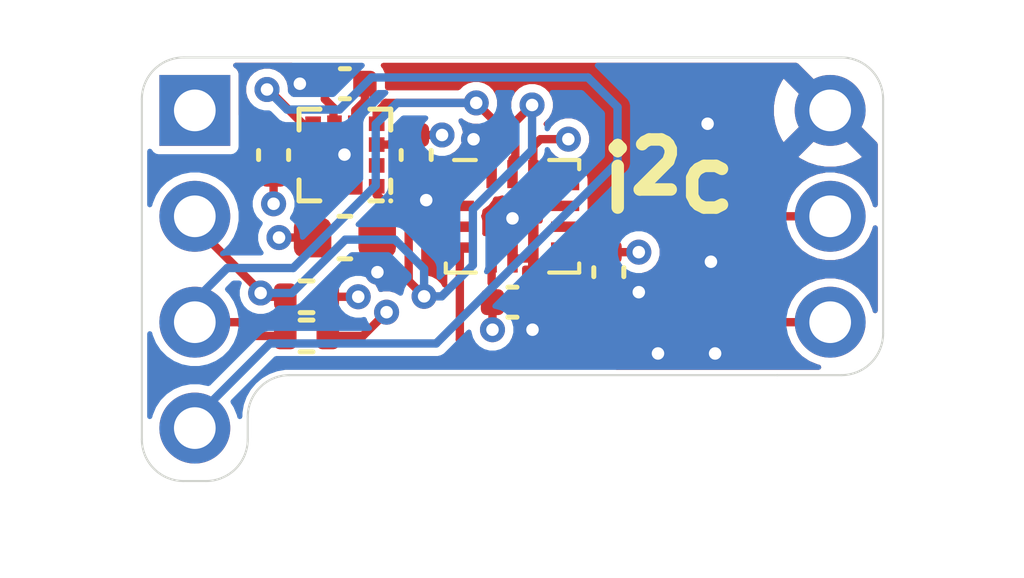
<source format=kicad_pcb>
(kicad_pcb (version 20241030) (generator "pcbnew") (generator_version "8.99")
  (layers (0 "F.Cu" signal) (4 "In1.Cu" signal) (6 "In2.Cu" signal) (2 "B.Cu" signal) (13 "F.Paste" user) (15 "B.Paste" user) (5 "F.SilkS" user "F.Silkscreen") (7 "B.SilkS" user "B.Silkscreen") (1 "F.Mask" user) (3 "B.Mask" user) (25 "Edge.Cuts" user))
  (net 0 "")
  (net 1 "+3.3V")
  (net 2 "GND")
  (net 3 "Net-(U2-C1)")
  (net 4 "/SCL")
  (net 5 "/SDA")
  (net 6 "/INT_MAG")
  (net 7 "/INT_IMU1")
  (net 8 "/INT_IMU2")
  (footprint "Capacitor_SMD:C_0402_1005Metric" (layer "F.Cu") (at 130.6 80.64 180)
    (property "Reference" "C6" (hide yes))
    (property "Value" "220nF")
    (fp_line (start -0.107836 0.36) (end 0.107836 0.36) (stroke (width 0.12)) (layer "F.SilkS"))
    (fp_line (start -0.107836 -0.36) (end 0.107836 -0.36) (stroke (width 0.12)) (layer "F.SilkS"))
    (pad "1" smd roundrect (at -0.48 0 180) (size 0.56 0.62) (layers "F.Cu" "F.Mask" "F.Paste") (net 3 "Net-(U2-C1)"))
    (pad "2" smd roundrect (at 0.48 0 180) (size 0.56 0.62) (layers "F.Cu" "F.Mask" "F.Paste") (net 2 "GND"))
  )
  (footprint "Capacitor_SMD:C_0402_1005Metric" (layer "F.Cu") (at 134.62 85.88)
    (property "Reference" "C2" (hide yes))
    (property "Value" "100nF")
    (fp_line (start -0.107836 -0.36) (end 0.107836 -0.36) (stroke (width 0.12)) (layer "F.SilkS"))
    (fp_line (start -0.107836 0.36) (end 0.107836 0.36) (stroke (width 0.12)) (layer "F.SilkS"))
    (pad "1" smd roundrect (at -0.48 0) (size 0.56 0.62) (layers "F.Cu" "F.Mask" "F.Paste") (net 1 "+3.3V"))
    (pad "2" smd roundrect (at 0.48 0) (size 0.56 0.62) (layers "F.Cu" "F.Mask" "F.Paste") (net 2 "GND"))
  )
  (footprint "Connector_PinSocket_2.54mm:PinSocket_1x04_P2.54mm_Vertical" (layer "F.Cu") (at 127 81.28)
    (property "Reference" "J1" (hide yes))
    (property "Value" "Conn_01x04")
    (pad "1" thru_hole rect (at 0 0) (size 1.7 1.7) (drill 1) (layers "*.Cu" "*.Mask") (net 1 "+3.3V"))
    (pad "2" thru_hole oval (at 0 2.54) (size 1.7 1.7) (drill 1) (layers "*.Cu" "*.Mask") (net 4 "/SCL"))
    (pad "3" thru_hole oval (at 0 5.08) (size 1.7 1.7) (drill 1) (layers "*.Cu" "*.Mask") (net 5 "/SDA"))
    (pad "4" thru_hole oval (at 0 7.62) (size 1.7 1.7) (drill 1) (layers "*.Cu" "*.Mask") (net 6 "/INT_MAG"))
  )
  (footprint "Resistor_SMD:R_0402_1005Metric" (layer "F.Cu") (at 129.68 86.69)
    (property "Reference" "R2" (hide yes))
    (property "Value" "10kR")
    (fp_line (start -0.153641 -0.38) (end 0.153641 -0.38) (stroke (width 0.12)) (layer "F.SilkS"))
    (fp_line (start -0.153641 0.38) (end 0.153641 0.38) (stroke (width 0.12)) (layer "F.SilkS"))
    (pad "1" smd roundrect (at -0.51 0) (size 0.54 0.64) (layers "F.Cu" "F.Mask" "F.Paste") (net 5 "/SDA"))
    (pad "2" smd roundrect (at 0.51 0) (size 0.54 0.64) (layers "F.Cu" "F.Mask" "F.Paste") (net 1 "+3.3V"))
  )
  (footprint "Package_LGA:LGA-12_2x2mm_P0.5mm" (layer "F.Cu") (at 130.6 82.35 180)
    (property "Reference" "U2" (hide yes))
    (property "Value" "LIS2MDL")
    (fp_line (start 1.1 1.1) (end 0.6 1.1) (stroke (width 0.12)) (layer "F.SilkS"))
    (fp_line (start 1.1 0.6) (end 1.1 1.1) (stroke (width 0.12)) (layer "F.SilkS"))
    (fp_line (start 1.1 -0.6) (end 1.1 -0.6) (stroke (width 0.12)) (layer "F.SilkS"))
    (fp_line (start 1.1 -1.1) (end 1.1 -0.6) (stroke (width 0.12)) (layer "F.SilkS"))
    (fp_line (start 0.6 1.1) (end 0.6 1.1) (stroke (width 0.12)) (layer "F.SilkS"))
    (fp_line (start 0.6 -1.1) (end 1.1 -1.1) (stroke (width 0.12)) (layer "F.SilkS"))
    (fp_line (start -0.6 1.1) (end -1.1 1.1) (stroke (width 0.12)) (layer "F.SilkS"))
    (fp_line (start -0.6 -1.1) (end -0.9 -1.1) (stroke (width 0.12)) (layer "F.SilkS"))
    (fp_line (start -1.1 1.1) (end -1.1 0.6) (stroke (width 0.12)) (layer "F.SilkS"))
    (fp_line (start -1.1 0.6) (end -1.1 0.6) (stroke (width 0.12)) (layer "F.SilkS"))
    (fp_line (start -1.1 -0.6) (end -1.1 -0.9) (stroke (width 0.12)) (layer "F.SilkS"))
    (fp_line (start -1.1 -1.1) (end -1.1 -1.1) (stroke (width 0.12)) (layer "F.SilkS"))
    (pad "1" smd rect (at -0.7625 -0.75 180) (size 0.375 0.35) (layers "F.Cu" "F.Mask" "F.Paste") (net 4 "/SCL"))
    (pad "2" smd rect (at -0.7625 -0.25 180) (size 0.375 0.35) (layers "F.Cu" "F.Mask" "F.Paste"))
    (pad "3" smd rect (at -0.7625 0.25 180) (size 0.375 0.35) (layers "F.Cu" "F.Mask" "F.Paste") (net 1 "+3.3V"))
    (pad "4" smd rect (at -0.7625 0.75 180) (size 0.375 0.35) (layers "F.Cu" "F.Mask" "F.Paste") (net 5 "/SDA"))
    (pad "5" smd rect (at -0.25 0.7625 270) (size 0.375 0.35) (layers "F.Cu" "F.Mask" "F.Paste") (net 3 "Net-(U2-C1)"))
    (pad "6" smd rect (at 0.25 0.7625 270) (size 0.375 0.35) (layers "F.Cu" "F.Mask" "F.Paste") (net 2 "GND"))
    (pad "7" smd rect (at 0.7625 0.75 180) (size 0.375 0.35) (layers "F.Cu" "F.Mask" "F.Paste") (net 6 "/INT_MAG"))
    (pad "8" smd rect (at 0.7625 0.25 180) (size 0.375 0.35) (layers "F.Cu" "F.Mask" "F.Paste") (net 2 "GND"))
    (pad "9" smd rect (at 0.7625 -0.25 180) (size 0.375 0.35) (layers "F.Cu" "F.Mask" "F.Paste") (net 1 "+3.3V"))
    (pad "10" smd rect (at 0.7625 -0.75 180) (size 0.375 0.35) (layers "F.Cu" "F.Mask" "F.Paste") (net 1 "+3.3V"))
    (pad "11" smd rect (at 0.25 -0.7625 270) (size 0.375 0.35) (layers "F.Cu" "F.Mask" "F.Paste"))
    (pad "12" smd rect (at -0.25 -0.7625 270) (size 0.375 0.35) (layers "F.Cu" "F.Mask" "F.Paste"))
  )
  (footprint "Capacitor_SMD:C_0402_1005Metric" (layer "F.Cu") (at 132.31 82.35 -90)
    (property "Reference" "C5" (hide yes))
    (property "Value" "100nF")
    (fp_line (start -0.107836 0.36) (end 0.107836 0.36) (stroke (width 0.12)) (layer "F.SilkS"))
    (fp_line (start -0.107836 -0.36) (end 0.107836 -0.36) (stroke (width 0.12)) (layer "F.SilkS"))
    (pad "1" smd roundrect (at -0.48 0 270) (size 0.56 0.62) (layers "F.Cu" "F.Mask" "F.Paste") (net 1 "+3.3V"))
    (pad "2" smd roundrect (at 0.48 0 270) (size 0.56 0.62) (layers "F.Cu" "F.Mask" "F.Paste") (net 2 "GND"))
  )
  (footprint "Capacitor_SMD:C_0603_1608Metric" (layer "F.Cu") (at 130.6 84.33)
    (property "Reference" "C3" (hide yes))
    (property "Value" "10uF")
    (fp_line (start -0.14058 -0.51) (end 0.14058 -0.51) (stroke (width 0.12)) (layer "F.SilkS"))
    (fp_line (start -0.14058 0.51) (end 0.14058 0.51) (stroke (width 0.12)) (layer "F.SilkS"))
    (pad "1" smd roundrect (at -0.775 0) (size 0.9 0.95) (layers "F.Cu" "F.Mask" "F.Paste") (net 1 "+3.3V"))
    (pad "2" smd roundrect (at 0.775 0) (size 0.9 0.95) (layers "F.Cu" "F.Mask" "F.Paste") (net 2 "GND"))
  )
  (footprint "Package_LGA:Bosch_LGA-14_3x2.5mm_P0.5mm" (layer "F.Cu") (at 134.62 83.82)
    (property "Reference" "U1" (hide yes))
    (property "Value" "BMI323")
    (fp_line (start -1.6 1.35) (end -1.6 1.13) (stroke (width 0.1)) (layer "F.SilkS"))
    (fp_line (start -1.6 1.35) (end -0.88 1.35) (stroke (width 0.1)) (layer "F.SilkS"))
    (fp_line (start -1.4 -1.35) (end -0.88 -1.35) (stroke (width 0.1)) (layer "F.SilkS"))
    (fp_line (start 0.88 -1.35) (end 1.6 -1.35) (stroke (width 0.1)) (layer "F.SilkS"))
    (fp_line (start 1.6 -1.35) (end 1.6 -1.13) (stroke (width 0.1)) (layer "F.SilkS"))
    (fp_line (start 1.6 1.13) (end 1.6 1.35) (stroke (width 0.1)) (layer "F.SilkS"))
    (fp_line (start 1.6 1.35) (end 0.88 1.35) (stroke (width 0.1)) (layer "F.SilkS"))
    (pad "1" smd rect (at -1.2625 -0.75) (size 0.675 0.25) (layers "F.Cu" "F.Mask" "F.Paste") (net 2 "GND"))
    (pad "2" smd rect (at -1.2625 -0.25) (size 0.675 0.25) (layers "F.Cu" "F.Mask" "F.Paste"))
    (pad "3" smd rect (at -1.2625 0.25) (size 0.675 0.25) (layers "F.Cu" "F.Mask" "F.Paste"))
    (pad "4" smd rect (at -1.2625 0.75) (size 0.675 0.25) (layers "F.Cu" "F.Mask" "F.Paste") (net 7 "/INT_IMU1"))
    (pad "5" smd rect (at -0.5 1.0125) (size 0.25 0.675) (layers "F.Cu" "F.Mask" "F.Paste") (net 1 "+3.3V"))
    (pad "6" smd rect (at 0 1.0125) (size 0.25 0.675) (layers "F.Cu" "F.Mask" "F.Paste") (net 2 "GND"))
    (pad "7" smd rect (at 0.5 1.0125) (size 0.25 0.675) (layers "F.Cu" "F.Mask" "F.Paste") (net 2 "GND"))
    (pad "8" smd rect (at 1.2625 0.75) (size 0.675 0.25) (layers "F.Cu" "F.Mask" "F.Paste") (net 1 "+3.3V"))
    (pad "9" smd rect (at 1.2625 0.25) (size 0.675 0.25) (layers "F.Cu" "F.Mask" "F.Paste") (net 8 "/INT_IMU2"))
    (pad "10" smd rect (at 1.2625 -0.25) (size 0.675 0.25) (layers "F.Cu" "F.Mask" "F.Paste"))
    (pad "11" smd rect (at 1.2625 -0.75) (size 0.675 0.25) (layers "F.Cu" "F.Mask" "F.Paste"))
    (pad "12" smd rect (at 0.5 -1.0125) (size 0.25 0.675) (layers "F.Cu" "F.Mask" "F.Paste") (net 1 "+3.3V"))
    (pad "13" smd rect (at 0 -1.0125) (size 0.25 0.675) (layers "F.Cu" "F.Mask" "F.Paste") (net 4 "/SCL"))
    (pad "14" smd rect (at -0.5 -1.0125) (size 0.25 0.675) (layers "F.Cu" "F.Mask" "F.Paste") (net 5 "/SDA"))
  )
  (footprint "Connector_PinSocket_2.54mm:PinSocket_1x03_P2.54mm_Vertical" (layer "F.Cu") (at 142.24 81.28)
    (property "Reference" "J2" (hide yes))
    (property "Value" "Conn_01x03")
    (pad "1" thru_hole circle (at 0 0) (size 1.7 1.7) (drill 1) (layers "*.Cu" "*.Mask") (net 2 "GND"))
    (pad "2" thru_hole oval (at 0 2.54) (size 1.7 1.7) (drill 1) (layers "*.Cu" "*.Mask") (net 8 "/INT_IMU2"))
    (pad "3" thru_hole oval (at 0 5.08) (size 1.7 1.7) (drill 1) (layers "*.Cu" "*.Mask") (net 7 "/INT_IMU1"))
  )
  (footprint "Resistor_SMD:R_0402_1005Metric" (layer "F.Cu") (at 129.68 85.75)
    (property "Reference" "R1" (hide yes))
    (property "Value" "10kR")
    (fp_line (start -0.153641 -0.38) (end 0.153641 -0.38) (stroke (width 0.12)) (layer "F.SilkS"))
    (fp_line (start -0.153641 0.38) (end 0.153641 0.38) (stroke (width 0.12)) (layer "F.SilkS"))
    (pad "1" smd roundrect (at -0.51 0) (size 0.54 0.64) (layers "F.Cu" "F.Mask" "F.Paste") (net 4 "/SCL"))
    (pad "2" smd roundrect (at 0.51 0) (size 0.54 0.64) (layers "F.Cu" "F.Mask" "F.Paste") (net 1 "+3.3V"))
  )
  (footprint "Capacitor_SMD:C_0402_1005Metric" (layer "F.Cu") (at 128.89 82.35 90)
    (property "Reference" "C4" (hide yes))
    (property "Value" "100nF")
    (fp_line (start -0.107836 -0.36) (end 0.107836 -0.36) (stroke (width 0.12)) (layer "F.SilkS"))
    (fp_line (start -0.107836 0.36) (end 0.107836 0.36) (stroke (width 0.12)) (layer "F.SilkS"))
    (pad "1" smd roundrect (at -0.48 0 90) (size 0.56 0.62) (layers "F.Cu" "F.Mask" "F.Paste") (net 1 "+3.3V"))
    (pad "2" smd roundrect (at 0.48 0 90) (size 0.56 0.62) (layers "F.Cu" "F.Mask" "F.Paste") (net 2 "GND"))
  )
  (footprint "Capacitor_SMD:C_0402_1005Metric" (layer "F.Cu") (at 136.93 85.16 -90)
    (property "Reference" "C1" (hide yes))
    (property "Value" "100nF")
    (fp_line (start -0.107836 0.36) (end 0.107836 0.36) (stroke (width 0.12)) (layer "F.SilkS"))
    (fp_line (start -0.107836 -0.36) (end 0.107836 -0.36) (stroke (width 0.12)) (layer "F.SilkS"))
    (pad "1" smd roundrect (at -0.48 0 270) (size 0.56 0.62) (layers "F.Cu" "F.Mask" "F.Paste") (net 1 "+3.3V"))
    (pad "2" smd roundrect (at 0.48 0 270) (size 0.56 0.62) (layers "F.Cu" "F.Mask" "F.Paste") (net 2 "GND"))
  )
  (gr_arc (start 126.73 90.17) (mid 126.022893 89.877107) (end 125.73 89.17) (stroke (width 0.05)) (layer "Edge.Cuts"))
  (gr_arc (start 143.51 86.63) (mid 143.217107 87.337107) (end 142.51 87.63) (stroke (width 0.05)) (layer "Edge.Cuts"))
  (gr_arc (start 142.51 80.01) (mid 143.217107 80.302893) (end 143.51 81.01) (stroke (width 0.05)) (layer "Edge.Cuts"))
  (gr_line (start 143.51 81.01) (end 143.51 86.63) (stroke (width 0.05)) (layer "Edge.Cuts"))
  (gr_line (start 126.73 80.01) (end 142.51 80.01) (stroke (width 0.05)) (layer "Edge.Cuts"))
  (gr_line (start 142.51 87.63) (end 140.97 87.63) (stroke (width 0.05)) (layer "Edge.Cuts"))
  (gr_line (start 127.27 90.17) (end 126.73 90.17) (stroke (width 0.05)) (layer "Edge.Cuts"))
  (gr_line (start 125.73 89.17) (end 125.73 81.01) (stroke (width 0.05)) (layer "Edge.Cuts"))
  (gr_arc (start 128.27 89.17) (mid 127.977107 89.877107) (end 127.27 90.17) (stroke (width 0.05)) (layer "Edge.Cuts"))
  (gr_arc (start 128.27 88.63) (mid 128.562893 87.922893) (end 129.27 87.63) (stroke (width 0.05)) (layer "Edge.Cuts"))
  (gr_line (start 128.27 88.63) (end 128.27 89.17) (stroke (width 0.05)) (layer "Edge.Cuts"))
  (gr_arc (start 125.73 81.01) (mid 126.022893 80.302893) (end 126.73 80.01) (stroke (width 0.05)) (layer "Edge.Cuts"))
  (gr_line (start 140.97 87.63) (end 129.27 87.63) (stroke (width 0.05)) (layer "Edge.Cuts"))
  (gr_text "i^{2}c" (at 136.59 83.81 0) (layer "F.SilkS") (effects (font (size 1.5 1.5) (thickness 0.3) (bold yes)) (justify left bottom)))
  (segment (start 134.12 85.41) (end 134.12 84.8325) (width 0.2) (layer "F.Cu") (net 1))
  (segment (start 134.14 85.82) (end 134.14 86.54) (width 0.2) (layer "F.Cu") (net 1))
  (segment (start 135.12 82.14) (end 135.12 82.8075) (width 0.2) (layer "F.Cu") (net 1))
  (segment (start 136.45 84.68) (end 136.93 84.68) (width 0.2) (layer "F.Cu") (net 1))
  (segment (start 128.89 82.83) (end 128.89 83.52) (width 0.2) (layer "F.Cu") (net 1))
  (segment (start 129.825 84.33) (end 129.02 84.33) (width 0.2) (layer "F.Cu") (net 1))
  (segment (start 136.34 84.57) (end 136.45 84.68) (width 0.2) (layer "F.Cu") (net 1))
  (segment (start 131.9 81.87) (end 132.31 81.87) (width 0.2) (layer "F.Cu") (net 1))
  (segment (start 130.19 86.69) (end 131.03 86.69) (width 0.2) (layer "F.Cu") (net 1))
  (segment (start 129.52 82.6) (end 129.8375 82.6) (width 0.2) (layer "F.Cu") (net 1))
  (segment (start 131.3625 82.1) (end 131.67 82.1) (width 0.2) (layer "F.Cu") (net 1))
  (segment (start 129.825 84.33) (end 129.825 82.6125) (width 0.2) (layer "F.Cu") (net 1))
  (segment (start 134.14 85.88) (end 134.14 85.43) (width 0.2) (layer "F.Cu") (net 1))
  (segment (start 132.31 81.87) (end 132.93 81.87) (width 0.2) (layer "F.Cu") (net 1))
  (segment (start 131.03 86.69) (end 131.6 86.12) (width 0.2) (layer "F.Cu") (net 1))
  (segment (start 135.29 81.97) (end 135.12 82.14) (width 0.2) (layer "F.Cu") (net 1))
  (segment (start 131.67 82.1) (end 131.9 81.87) (width 0.2) (layer "F.Cu") (net 1))
  (segment (start 130.19 85.75) (end 130.92 85.75) (width 0.2) (layer "F.Cu") (net 1))
  (segment (start 135.96 81.97) (end 135.29 81.97) (width 0.2) (layer "F.Cu") (net 1))
  (segment (start 129.825 82.6125) (end 129.8375 82.6) (width 0.2) (layer "F.Cu") (net 1))
  (segment (start 128.89 82.83) (end 129.29 82.83) (width 0.2) (layer "F.Cu") (net 1))
  (segment (start 129.29 82.83) (end 129.52 82.6) (width 0.2) (layer "F.Cu") (net 1))
  (segment (start 134.14 85.88) (end 134.14 85.82) (width 0.2) (layer "F.Cu") (net 1))
  (segment (start 135.8825 84.57) (end 136.34 84.57) (width 0.2) (layer "F.Cu") (net 1))
  (segment (start 136.93 84.68) (end 137.65 84.68) (width 0.2) (layer "F.Cu") (net 1))
  (segment (start 134.14 85.43) (end 134.12 85.41) (width 0.2) (layer "F.Cu") (net 1))
  (via (at 128.89 83.52) (size 0.6) (drill 0.3) (layers "F.Cu" "B.Cu") (net 1))
  (via (at 135.96 81.97) (size 0.6) (drill 0.3) (layers "F.Cu" "B.Cu") (net 1))
  (via (at 130.92 85.75) (size 0.6) (drill 0.3) (layers "F.Cu" "B.Cu") (net 1))
  (via (at 134.14 86.54) (size 0.6) (drill 0.3) (layers "F.Cu" "B.Cu") (net 1))
  (via (at 131.6 86.12) (size 0.6) (drill 0.3) (layers "F.Cu" "B.Cu") (net 1))
  (via (at 129.02 84.33) (size 0.6) (drill 0.3) (layers "F.Cu" "B.Cu") (net 1))
  (via (at 137.65 84.68) (size 0.6) (drill 0.3) (layers "F.Cu" "B.Cu") (net 1))
  (via (at 132.93 81.87) (size 0.6) (drill 0.3) (layers "F.Cu" "B.Cu") (net 1))
  (segment (start 135.1 85.88) (end 135.1 86.54) (width 0.2) (layer "F.Cu") (net 2))
  (segment (start 134.62 84.8325) (end 135.12 84.8325) (width 0.2) (layer "F.Cu") (net 2))
  (segment (start 131.375 85.155) (end 131.38 85.16) (width 0.2) (layer "F.Cu") (net 2))
  (segment (start 130.35 82.1) (end 130.59 82.34) (width 0.2) (layer "F.Cu") (net 2))
  (segment (start 129.52 80.64) (end 130.12 80.64) (width 0.2) (layer "F.Cu") (net 2))
  (segment (start 129.8375 82.1) (end 130.35 82.1) (width 0.2) (layer "F.Cu") (net 2))
  (segment (start 132.31 83.03136) (end 132.550818 83.272178) (width 0.2) (layer "F.Cu") (net 2))
  (segment (start 136.93 85.64) (end 137.65 85.64) (width 0.2) (layer "F.Cu") (net 2))
  (segment (start 132.31 82.83) (end 132.31 83.19136) (width 0.2) (layer "F.Cu") (net 2))
  (segment (start 130.12 81.01) (end 130.12 80.64) (width 0.2) (layer "F.Cu") (net 2))
  (segment (start 130.35 81.5875) (end 130.326 81.5635) (width 0.2) (layer "F.Cu") (net 2))
  (segment (start 129.52 82.1) (end 129.29 81.87) (width 0.2) (layer "F.Cu") (net 2))
  (segment (start 131.375 84.33) (end 131.375 85.155) (width 0.2) (layer "F.Cu") (net 2))
  (segment (start 135.1 84.8525) (end 135.12 84.8325) (width 0.2) (layer "F.Cu") (net 2))
  (segment (start 129.29 81.87) (end 128.89 81.87) (width 0.2) (layer "F.Cu") (net 2))
  (segment (start 133.3575 83.07) (end 133.3575 82.300406) (width 0.2) (layer "F.Cu") (net 2))
  (segment (start 134.62 84.8325) (end 134.62 83.87) (width 0.2) (layer "F.Cu") (net 2))
  (segment (start 130.326 81.216) (end 130.12 81.01) (width 0.2) (layer "F.Cu") (net 2))
  (segment (start 129.8375 82.1) (end 129.52 82.1) (width 0.2) (layer "F.Cu") (net 2))
  (segment (start 130.326 81.5635) (end 130.326 81.216) (width 0.2) (layer "F.Cu") (net 2))
  (segment (start 133.3575 82.300406) (end 133.685871 81.972035) (width 0.2) (layer "F.Cu") (net 2))
  (segment (start 135.1 85.88) (end 135.1 84.8525) (width 0.2) (layer "F.Cu") (net 2))
  (via (at 139.38 84.91) (size 0.6) (drill 0.3) (layers "F.Cu" "B.Cu") (net 2))
  (via (at 139.48 87.11) (size 0.6) (drill 0.3) (layers "F.Cu" "B.Cu") (net 2))
  (via (at 135.1 86.54) (size 0.6) (drill 0.3) (layers "F.Cu" "B.Cu") (net 2))
  (via (at 132.550818 83.432178) (size 0.6) (drill 0.3) (layers "F.Cu" "B.Cu") (net 2))
  (via (at 130.59 82.34) (size 0.6) (drill 0.3) (layers "F.Cu" "B.Cu") (net 2))
  (via (at 133.685871 81.972035) (size 0.6) (drill 0.3) (layers "F.Cu" "B.Cu") (net 2))
  (via (at 134.62 83.87) (size 0.6) (drill 0.3) (layers "F.Cu" "B.Cu") (net 2))
  (via (at 131.38 85.16) (size 0.6) (drill 0.3) (layers "F.Cu" "B.Cu") (net 2))
  (via (at 138.11 87.11) (size 0.6) (drill 0.3) (layers "F.Cu" "B.Cu") (net 2))
  (via (at 129.52 80.64) (size 0.6) (drill 0.3) (layers "F.Cu" "B.Cu") (net 2))
  (via (at 137.65 85.64) (size 0.6) (drill 0.3) (layers "F.Cu" "B.Cu") (net 2))
  (via (at 139.3 81.6) (size 0.6) (drill 0.3) (layers "F.Cu" "B.Cu") (net 2))
  (segment (start 130.85 81.28) (end 130.85 81.5875) (width 0.2) (layer "F.Cu") (net 3))
  (segment (start 131.08 81.05) (end 130.85 81.28) (width 0.2) (layer "F.Cu") (net 3))
  (segment (start 131.08 80.64) (end 131.08 81.05) (width 0.2) (layer "F.Cu") (net 3))
  (segment (start 127 83.82) (end 127 84.05) (width 0.2) (layer "F.Cu") (net 4))
  (segment (start 131.82411 83.554) (end 132.13 83.85989) (width 0.2) (layer "F.Cu") (net 4))
  (segment (start 127 84.05) (end 128.515 85.565) (width 0.2) (layer "F.Cu") (net 4))
  (segment (start 134.687871 81.552129) (end 135.09 81.15) (width 0.2) (layer "F.Cu") (net 4))
  (segment (start 128.579265 85.66) (end 128.515 85.595735) (width 0.2) (layer "F.Cu") (net 4))
  (segment (start 128.515 85.595735) (end 128.515 85.565) (width 0.2) (layer "F.Cu") (net 4))
  (segment (start 132.13 85.37) (end 132.5 85.74) (width 0.2) (layer "F.Cu") (net 4))
  (segment (start 128.7 85.75) (end 129.17 85.75) (width 0.2) (layer "F.Cu") (net 4))
  (segment (start 131.3625 83.3025) (end 131.614 83.554) (width 0.2) (layer "F.Cu") (net 4))
  (segment (start 131.3625 83.1) (end 131.3625 83.3025) (width 0.2) (layer "F.Cu") (net 4))
  (segment (start 132.13 83.85989) (end 132.13 85.37) (width 0.2) (layer "F.Cu") (net 4))
  (segment (start 131.614 83.554) (end 131.82411 83.554) (width 0.2) (layer "F.Cu") (net 4))
  (segment (start 128.515 85.565) (end 128.7 85.75) (width 0.2) (layer "F.Cu") (net 4))
  (segment (start 134.687871 82.387078) (end 134.687871 81.552129) (width 0.2) (layer "F.Cu") (net 4))
  (segment (start 134.62 82.8075) (end 134.62 82.454949) (width 0.2) (layer "F.Cu") (net 4))
  (segment (start 134.62 82.454949) (end 134.687871 82.387078) (width 0.2) (layer "F.Cu") (net 4))
  (via (at 128.579265 85.66) (size 0.6) (drill 0.3) (layers "F.Cu" "B.Cu") (net 4))
  (via (at 135.09 81.15) (size 0.6) (drill 0.3) (layers "F.Cu" "B.Cu") (net 4))
  (via (at 132.5 85.74) (size 0.6) (drill 0.3) (layers "F.Cu" "B.Cu") (net 4))
  (segment (start 130.61 84.38) (end 131.8 84.38) (width 0.2) (layer "B.Cu") (net 4))
  (segment (start 132.92 85.74) (end 133.67 84.99) (width 0.2) (layer "B.Cu") (net 4))
  (segment (start 133.67 84.99) (end 133.67 83.65) (width 0.2) (layer "B.Cu") (net 4))
  (segment (start 135.09 82.23) (end 135.09 81.15) (width 0.2) (layer "B.Cu") (net 4))
  (segment (start 132.5 85.08) (end 132.5 85.74) (width 0.2) (layer "B.Cu") (net 4))
  (segment (start 128.579265 85.66) (end 129.33 85.66) (width 0.2) (layer "B.Cu") (net 4))
  (segment (start 129.33 85.66) (end 130.61 84.38) (width 0.2) (layer "B.Cu") (net 4))
  (segment (start 132.5 85.74) (end 132.92 85.74) (width 0.2) (layer "B.Cu") (net 4))
  (segment (start 133.67 83.65) (end 135.09 82.23) (width 0.2) (layer "B.Cu") (net 4))
  (segment (start 131.8 84.38) (end 132.5 85.08) (width 0.2) (layer "B.Cu") (net 4))
  (segment (start 131.55 81.1471) (end 131.55 81.13) (width 0.2) (layer "F.Cu") (net 5))
  (segment (start 134.12 82.387849) (end 134.286871 82.220978) (width 0.2) (layer "F.Cu") (net 5))
  (segment (start 134.286871 81.636871) (end 133.75 81.1) (width 0.2) (layer "F.Cu") (net 5))
  (segment (start 131.3625 81.6) (end 131.3625 81.3346) (width 0.2) (layer "F.Cu") (net 5))
  (segment (start 128.4 86.69) (end 129.17 86.69) (width 0.2) (layer "F.Cu") (net 5))
  (segment (start 127 86.36) (end 128.07 86.36) (width 0.2) (layer "F.Cu") (net 5))
  (segment (start 134.286871 82.220978) (end 134.286871 81.636871) (width 0.2) (layer "F.Cu") (net 5))
  (segment (start 134.12 82.8075) (end 134.12 82.387849) (width 0.2) (layer "F.Cu") (net 5))
  (segment (start 128.07 86.36) (end 128.4 86.69) (width 0.2) (layer "F.Cu") (net 5))
  (segment (start 131.58 81.1) (end 133.75 81.1) (width 0.2) (layer "F.Cu") (net 5))
  (segment (start 131.3625 81.3346) (end 131.55 81.1471) (width 0.2) (layer "F.Cu") (net 5))
  (segment (start 131.55 81.13) (end 131.58 81.1) (width 0.2) (layer "F.Cu") (net 5))
  (via (at 133.75 81.1) (size 0.6) (drill 0.3) (layers "F.Cu" "B.Cu") (net 5))
  (segment (start 127 86.36) (end 127 85.84) (width 0.2) (layer "B.Cu") (net 5))
  (segment (start 127.78 85.06) (end 129.36 85.06) (width 0.2) (layer "B.Cu") (net 5))
  (segment (start 131.85 81.1) (end 133.75 81.1) (width 0.2) (layer "B.Cu") (net 5))
  (segment (start 127 85.84) (end 127.78 85.06) (width 0.2) (layer "B.Cu") (net 5))
  (segment (start 131.34 83.08) (end 131.34 81.61) (width 0.2) (layer "B.Cu") (net 5))
  (segment (start 129.36 85.06) (end 131.34 83.08) (width 0.2) (layer "B.Cu") (net 5))
  (segment (start 131.34 81.61) (end 131.85 81.1) (width 0.2) (layer "B.Cu") (net 5))
  (segment (start 128.765521 80.778421) (end 128.732064 80.778421) (width 0.2) (layer "F.Cu") (net 6))
  (segment (start 129.8375 81.6) (end 129.8375 81.6125) (width 0.2) (layer "F.Cu") (net 6))
  (segment (start 129.6111 81.624) (end 128.765521 80.778421) (width 0.2) (layer "F.Cu") (net 6))
  (segment (start 129.8375 81.6125) (end 129.826 81.624) (width 0.2) (layer "F.Cu") (net 6))
  (segment (start 129.826 81.624) (end 129.6111 81.624) (width 0.2) (layer "F.Cu") (net 6))
  (via (at 128.732064 80.778421) (size 0.6) (drill 0.3) (layers "F.Cu" "B.Cu") (net 6))
  (segment (start 130.47 81.26) (end 129.213643 81.26) (width 0.2) (layer "B.Cu") (net 6))
  (segment (start 132.79 86.87) (end 137.14 82.52) (width 0.2) (layer "B.Cu") (net 6))
  (segment (start 127 88.67) (end 128.8 86.87) (width 0.2) (layer "B.Cu") (net 6))
  (segment (start 131.24 80.49) (end 130.47 81.26) (width 0.2) (layer "B.Cu") (net 6))
  (segment (start 127 88.9) (end 127 88.67) (width 0.2) (layer "B.Cu") (net 6))
  (segment (start 129.213643 81.26) (end 128.732064 80.778421) (width 0.2) (layer "B.Cu") (net 6))
  (segment (start 128.8 86.87) (end 132.79 86.87) (width 0.2) (layer "B.Cu") (net 6))
  (segment (start 137.14 82.52) (end 137.14 81.2) (width 0.2) (layer "B.Cu") (net 6))
  (segment (start 137.14 81.2) (end 136.43 80.49) (width 0.2) (layer "B.Cu") (net 6))
  (segment (start 136.43 80.49) (end 131.24 80.49) (width 0.2) (layer "B.Cu") (net 6))
  (segment (start 133.75 87.17) (end 136.87 87.17) (width 0.2) (layer "F.Cu") (net 7))
  (segment (start 133.3575 86.7775) (end 133.75 87.17) (width 0.2) (layer "F.Cu") (net 7))
  (segment (start 136.87 87.17) (end 137.68 86.36) (width 0.2) (layer "F.Cu") (net 7))
  (segment (start 137.68 86.36) (end 142.24 86.36) (width 0.2) (layer "F.Cu") (net 7))
  (segment (start 133.3575 84.57) (end 133.3575 86.7775) (width 0.2) (layer "F.Cu") (net 7))
  (segment (start 135.8825 84.07) (end 136.83 84.07) (width 0.2) (layer "F.Cu") (net 8))
  (segment (start 136.83 84.07) (end 137.08 83.82) (width 0.2) (layer "F.Cu") (net 8))
  (segment (start 137.08 83.82) (end 142.24 83.82) (width 0.2) (layer "F.Cu") (net 8))
  (zone (net 2) (net_name "GND") (layers "F.Cu" "B.Cu" "In1.Cu") (connect_pads (clearance 0.127)) (min_thickness 0.127) (fill yes (thermal_gap 0.5) (thermal_bridge_width 0.5))
    (polygon (pts (xy 125 79) (xy 145 79) (xy 145 92) (xy 125 92)))
  )
)
</source>
